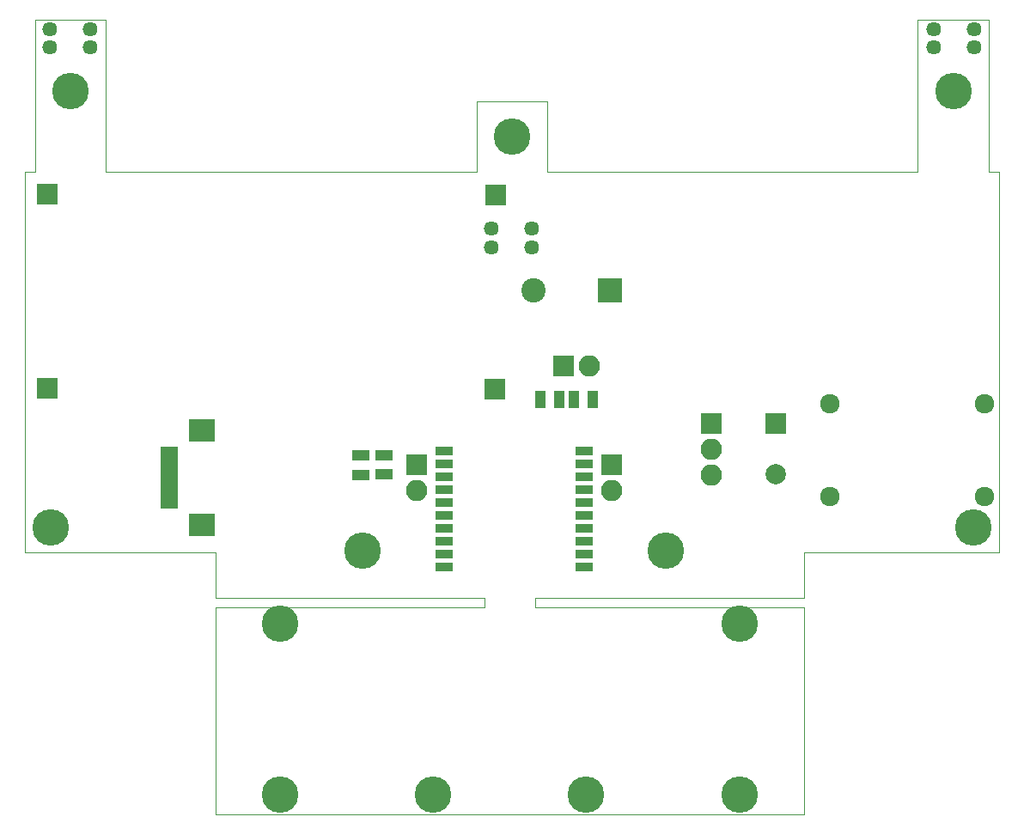
<source format=gts>
G04 #@! TF.FileFunction,Soldermask,Top*
%FSLAX46Y46*%
G04 Gerber Fmt 4.6, Leading zero omitted, Abs format (unit mm)*
G04 Created by KiCad (PCBNEW 4.0.7) date 11/25/18 15:18:33*
%MOMM*%
%LPD*%
G01*
G04 APERTURE LIST*
%ADD10C,0.100000*%
%ADD11C,3.600000*%
%ADD12R,1.700000X1.100000*%
%ADD13R,2.400000X2.400000*%
%ADD14C,2.400000*%
%ADD15R,2.000000X2.000000*%
%ADD16C,2.000000*%
%ADD17R,1.800000X0.860000*%
%ADD18R,2.100000X2.100000*%
%ADD19O,2.100000X2.100000*%
%ADD20R,1.100000X1.700000*%
%ADD21C,1.924000*%
%ADD22C,1.455599*%
%ADD23R,2.600000X2.200000*%
%ADD24R,1.700000X0.700000*%
G04 APERTURE END LIST*
D10*
X51540916Y63004441D02*
X88040916Y63004441D01*
X88040916Y63004441D02*
X88040916Y78004441D01*
X40916Y63004441D02*
X1040916Y63004441D01*
X50317400Y20081240D02*
X50317473Y21080131D01*
X8040916Y78004441D02*
X8040916Y63004441D01*
X44540916Y70004441D02*
X51540916Y70004441D01*
X50317473Y20083891D02*
X76793969Y20083891D01*
X40916Y25504441D02*
X18840977Y25504441D01*
X96040916Y25504441D02*
X76793969Y25504441D01*
X88040916Y78004441D02*
X95040916Y78004441D01*
X18840977Y21080131D02*
X18840977Y25504441D01*
X95040916Y78004441D02*
X95040916Y63004441D01*
X18840977Y20083891D02*
X45317473Y20083891D01*
X18840977Y-316109D02*
X18840977Y20083891D01*
X45317473Y21080131D02*
X18840977Y21080131D01*
X40916Y25504441D02*
X40916Y63004441D01*
X1040916Y63004441D02*
X1040916Y78004441D01*
X95040916Y63004441D02*
X96040916Y63004441D01*
X45313600Y20086320D02*
X45317473Y21080131D01*
X44540916Y63004441D02*
X44540916Y70004441D01*
X18840977Y-316109D02*
X76793969Y-316109D01*
X51540916Y63004441D02*
X51540916Y70004441D01*
X76793969Y25504441D02*
X76793969Y21080131D01*
X8040916Y63004441D02*
X44540916Y63004441D01*
X96040916Y63004441D02*
X96040916Y25504441D01*
X76793969Y-316109D02*
X76793969Y20083891D01*
X1040916Y78004441D02*
X8040916Y78004441D01*
X76793969Y21080131D02*
X50317473Y21080131D01*
D11*
X93538040Y28016200D03*
X2555240Y28011120D03*
D12*
X33141920Y33162200D03*
X33141920Y35062200D03*
D11*
X25186640Y1686560D03*
X40274240Y1686560D03*
X55361840Y1681480D03*
X70449440Y1681480D03*
X70449440Y18501360D03*
X25191720Y18496280D03*
X63230760Y25689560D03*
X33314640Y25679400D03*
X48041560Y66502280D03*
X91546680Y70982840D03*
D13*
X57663080Y51379120D03*
D14*
X50163080Y51379120D03*
D15*
X74000360Y38196520D03*
D16*
X74000360Y33196520D03*
D17*
X55140000Y24074120D03*
X55140000Y25344120D03*
X55140000Y26614120D03*
X55140000Y27884120D03*
X55140000Y29154120D03*
X55140000Y30424120D03*
X55140000Y31694120D03*
X55140000Y32964120D03*
X55140000Y34234120D03*
X55140000Y35504120D03*
X41380000Y35504120D03*
X41380000Y34234120D03*
X41380000Y32964120D03*
X41380000Y31694120D03*
X41380000Y30424120D03*
X41380000Y29154120D03*
X41380000Y27884120D03*
X41380000Y26614120D03*
X41380000Y25344120D03*
X41380000Y24074120D03*
D18*
X53101240Y43891200D03*
D19*
X55641240Y43891200D03*
D18*
X2245360Y60797440D03*
X46390560Y41640760D03*
X2225040Y41691560D03*
X46426120Y60726320D03*
X57871360Y34122360D03*
D19*
X57871360Y31582360D03*
D18*
X38638480Y34122360D03*
D19*
X38638480Y31582360D03*
D20*
X56042600Y40584120D03*
X54142600Y40584120D03*
X52735520Y40584120D03*
X50835520Y40584120D03*
D12*
X35412680Y33223160D03*
X35412680Y35123160D03*
D18*
X67670680Y38206680D03*
D19*
X67670680Y35666680D03*
X67670680Y33126680D03*
D21*
X94650560Y40137080D03*
X94650560Y30993080D03*
X79410560Y40137080D03*
X79410560Y30997080D03*
D22*
X46000920Y57425160D03*
X50000920Y57425160D03*
X50000920Y55625160D03*
X46000920Y55625160D03*
X93607640Y75284760D03*
X89607640Y75284760D03*
X89607640Y77084760D03*
X93607640Y77084760D03*
X6480560Y75284760D03*
X2480560Y75284760D03*
X2480560Y77084760D03*
X6480560Y77084760D03*
D23*
X17511680Y37544800D03*
X17511680Y28244800D03*
D24*
X14261680Y30144800D03*
X14261680Y30644800D03*
X14261680Y31144800D03*
X14261680Y31644800D03*
X14261680Y32144800D03*
X14261680Y32644800D03*
X14261680Y33144800D03*
X14261680Y33644800D03*
X14261680Y34144800D03*
X14261680Y34644800D03*
X14261680Y35144800D03*
X14261680Y35644800D03*
D11*
X4546600Y70967600D03*
M02*

</source>
